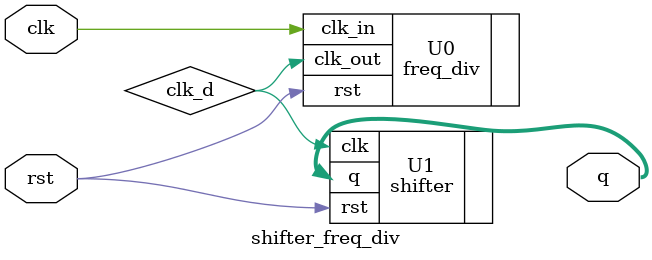
<source format=v>
`timescale 1ns / 1ps


module shifter_freq_div(
    q,
    clk,
    rst
    );
    input  clk;
    input  rst;
    output [7:0] q;
    
    wire clk_d;
    wire [7:0] q;
    
    freq_div U0 (
        .clk_out(clk_d),
        .clk_in(clk),
        .rst(rst)
        );
    
    shifter U1 (
        .clk(clk_d),
        .rst(rst),
        .q(q)
        );
        
endmodule

</source>
